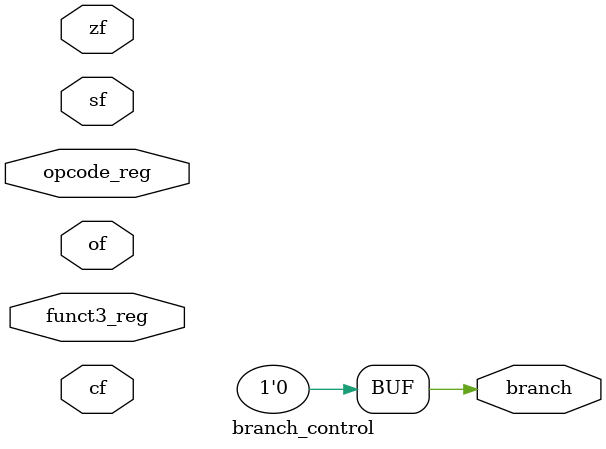
<source format=v>
`timescale 1ns / 1ps
`include "defines.v"

module branch_control(
    input [6:0] opcode_reg, 
    input [2:0] funct3_reg,
    input cf, zf, of, sf,
    output reg branch
    );
    
    always @* begin
         if(branch) begin
            if (opcode_reg==7'b1100111 || opcode_reg== 7'b1101111) begin//jalr,jal
                branch=1;
            end
            else begin
            case (funct3_reg) 
                3'b000: branch = zf;  //beq      
                3'b001: branch = ~zf;      //bne  
                3'b100: branch = (sf!=of);      //blt    
                3'b101: branch = (sf==of);        ///bge
                3'b110:branch = ~cf;         //bltu
                3'b111:branch = cf;   //bgeu
                default: branch = 0;    
            endcase
            end
         end
         else branch=0;
    end
    
endmodule
</source>
